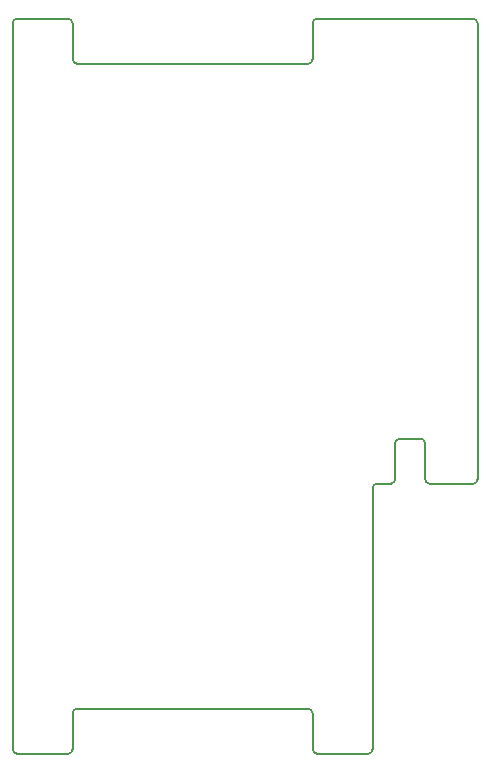
<source format=gbr>
G04 #@! TF.FileFunction,Profile,NP*
%FSLAX46Y46*%
G04 Gerber Fmt 4.6, Leading zero omitted, Abs format (unit mm)*
G04 Created by KiCad (PCBNEW 4.0.5) date 02/23/17 17:23:27*
%MOMM*%
%LPD*%
G01*
G04 APERTURE LIST*
%ADD10C,0.100000*%
%ADD11C,0.150000*%
G04 APERTURE END LIST*
D10*
D11*
X134366000Y-132080000D02*
X153924000Y-132080000D01*
X129286000Y-135890000D02*
X133604000Y-135890000D01*
X134366000Y-77470000D02*
X153924000Y-77470000D01*
X128905000Y-74041000D02*
X128905000Y-135509000D01*
X128905000Y-135509000D02*
G75*
G03X129286000Y-135890000I381000J0D01*
G01*
X133985000Y-135509000D02*
X133985000Y-132461000D01*
X133985000Y-135509000D02*
G75*
G02X133604000Y-135890000I-381000J0D01*
G01*
X133985000Y-132461000D02*
G75*
G02X134366000Y-132080000I381000J0D01*
G01*
X154305000Y-135509000D02*
X154305000Y-132461000D01*
X154305000Y-132461000D02*
G75*
G03X153924000Y-132080000I-381000J0D01*
G01*
X159004000Y-135890000D02*
X154686000Y-135890000D01*
X159766000Y-113030000D02*
X160909000Y-113030000D01*
X159385000Y-135509000D02*
X159385000Y-113411000D01*
X154305000Y-135509000D02*
G75*
G03X154686000Y-135890000I381000J0D01*
G01*
X159385000Y-135509000D02*
G75*
G02X159004000Y-135890000I-381000J0D01*
G01*
X159385000Y-113411000D02*
G75*
G02X159766000Y-113030000I381000J0D01*
G01*
X161290000Y-109601000D02*
X161290000Y-112649000D01*
X163449000Y-109220000D02*
X161671000Y-109220000D01*
X163830000Y-112649000D02*
X163830000Y-109601000D01*
X167894000Y-113030000D02*
X164211000Y-113030000D01*
X161290000Y-112649000D02*
G75*
G02X160909000Y-113030000I-381000J0D01*
G01*
X161290000Y-109601000D02*
G75*
G02X161671000Y-109220000I381000J0D01*
G01*
X163830000Y-109601000D02*
G75*
G03X163449000Y-109220000I-381000J0D01*
G01*
X163830000Y-112649000D02*
G75*
G03X164211000Y-113030000I381000J0D01*
G01*
X168275000Y-112649000D02*
X168275000Y-74041000D01*
X168275000Y-112649000D02*
G75*
G02X167894000Y-113030000I-381000J0D01*
G01*
X154686000Y-73660000D02*
X167894000Y-73660000D01*
X168275000Y-74041000D02*
G75*
G03X167894000Y-73660000I-381000J0D01*
G01*
X129286000Y-73660000D02*
X133604000Y-73660000D01*
X133985000Y-77089000D02*
X133985000Y-74041000D01*
X154305000Y-77089000D02*
X154305000Y-74041000D01*
X154305000Y-74041000D02*
G75*
G02X154686000Y-73660000I381000J0D01*
G01*
X154305000Y-77089000D02*
G75*
G02X153924000Y-77470000I-381000J0D01*
G01*
X133985000Y-77089000D02*
G75*
G03X134366000Y-77470000I381000J0D01*
G01*
X133985000Y-74041000D02*
G75*
G03X133604000Y-73660000I-381000J0D01*
G01*
X128905000Y-74041000D02*
G75*
G02X129286000Y-73660000I381000J0D01*
G01*
M02*

</source>
